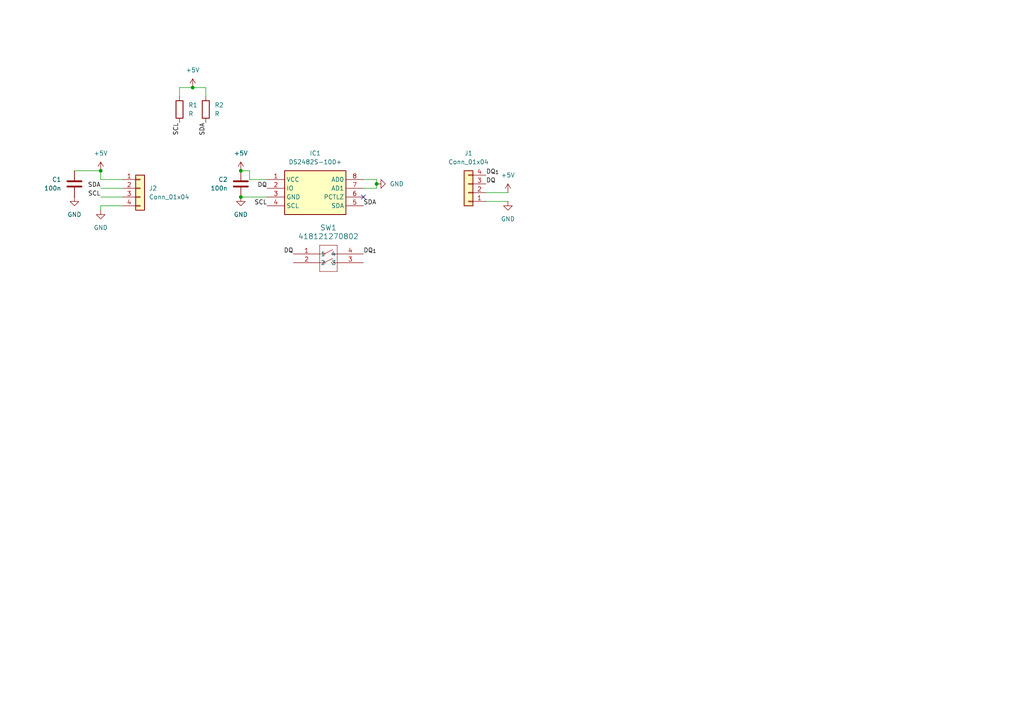
<source format=kicad_sch>
(kicad_sch (version 20231120) (generator "eeschema") (generator_version "8.0")
  (paper "A4")
  (lib_symbols
    (symbol "2024-06-18_20-34-43:418121270802" (pin_names (offset 0.254))
      (property "Reference" "SW" (at 10.16 7.62 0))
      (property "Value" "418121270802" (at 10.16 5.08 0))
      (symbol "418121270802_0_1"
        (polyline (pts (xy 7.62 -5.08) (xy 12.7 -5.08)) (stroke (width 0.127)))
        (polyline (pts (xy 7.62 -2.54) (xy 8.5725 -2.54)) (stroke (width 0.127)))
        (polyline (pts (xy 7.62 0) (xy 8.5725 0)) (stroke (width 0.127)))
        (polyline (pts (xy 7.62 2.54) (xy 7.62 -5.08)) (stroke (width 0.127)))
        (polyline (pts (xy 8.89 -2.54) (xy 11.43 -1.27)) (stroke (width 0.127)))
        (polyline (pts (xy 8.89 0) (xy 11.43 1.27)) (stroke (width 0.127)))
        (polyline (pts (xy 11.7475 -2.54) (xy 12.7 -2.54)) (stroke (width 0.127)))
        (polyline (pts (xy 11.7475 0) (xy 12.7 0)) (stroke (width 0.127)))
        (polyline (pts (xy 12.7 -5.08) (xy 12.7 2.54)) (stroke (width 0.127)))
        (polyline (pts (xy 12.7 2.54) (xy 7.62 2.54)) (stroke (width 0.127)))
        (circle (center 8.89 -2.54) (radius 0.3048) (stroke (width 0.127)))
        (circle (center 8.89 0) (radius 0.3048) (stroke (width 0.127)))
        (circle (center 11.43 -2.54) (radius 0.3048) (stroke (width 0.127)))
        (circle (center 11.43 0) (radius 0.3048) (stroke (width 0.127)))
        (pin unspecified line (at 0 0 0) (length 7.62) (name "1") (number "1"))
        (pin unspecified line (at 0 -2.54 0) (length 7.62) (name "2") (number "2"))
        (pin unspecified line (at 20.32 -2.54 180) (length 7.62) (name "3") (number "3"))
        (pin unspecified line (at 20.32 0 180) (length 7.62) (name "4") (number "4"))
      )
    )
    (symbol "Connector_Generic:Conn_01x04" (pin_names (offset 1.016) hide)
      (property "Reference" "J" (at 0 5.08 0))
      (property "Value" "Conn_01x04" (at 0 -7.62 0))
      (symbol "Conn_01x04_1_1"
        (rectangle (start -1.27 -4.953) (end 0 -5.207) (stroke (width 0.1524)))
        (rectangle (start -1.27 -2.413) (end 0 -2.667) (stroke (width 0.1524)))
        (rectangle (start -1.27 0.127) (end 0 -0.127) (stroke (width 0.1524)))
        (rectangle (start -1.27 2.667) (end 0 2.413) (stroke (width 0.1524)))
        (rectangle (start -1.27 3.81) (end 1.27 -6.35) (stroke (width 0.254)) (fill (type background)))
        (pin passive line (at -5.08 2.54 0) (length 3.81) (name "Pin_1") (number "1"))
        (pin passive line (at -5.08 0 0) (length 3.81) (name "Pin_2") (number "2"))
        (pin passive line (at -5.08 -2.54 0) (length 3.81) (name "Pin_3") (number "3"))
        (pin passive line (at -5.08 -5.08 0) (length 3.81) (name "Pin_4") (number "4"))
      )
    )
    (symbol "DS2482S-100+:DS2482S-100+"
      (property "Reference" "IC" (at 24.13 7.62 0))
      (property "Value" "DS2482S-100+" (at 24.13 5.08 0))
      (symbol "DS2482S-100+_1_1"
        (rectangle (start 5.08 2.54) (end 22.86 -10.16) (stroke (width 0.254)) (fill (type background)))
        (pin passive line (at 0 0 0) (length 5.08) (name "VCC") (number "1"))
        (pin passive line (at 0 -2.54 0) (length 5.08) (name "IO") (number "2"))
        (pin passive line (at 0 -5.08 0) (length 5.08) (name "GND") (number "3"))
        (pin passive line (at 0 -7.62 0) (length 5.08) (name "SCL") (number "4"))
        (pin passive line (at 27.94 -7.62 180) (length 5.08) (name "SDA") (number "5"))
        (pin passive line (at 27.94 -5.08 180) (length 5.08) (name "PCTLZ") (number "6"))
        (pin passive line (at 27.94 -2.54 180) (length 5.08) (name "AD1") (number "7"))
        (pin passive line (at 27.94 0 180) (length 5.08) (name "AD0") (number "8"))
      )
    )
    (symbol "Device:C" (pin_numbers hide) (pin_names (offset 0.254))
      (property "Reference" "C" (at 0.635 2.54 0))
      (property "Value" "C" (at 0.635 -2.54 0))
      (symbol "C_0_1"
        (polyline (pts (xy -2.032 -0.762) (xy 2.032 -0.762)) (stroke (width 0.508)))
        (polyline (pts (xy -2.032 0.762) (xy 2.032 0.762)) (stroke (width 0.508)))
      )
      (symbol "C_1_1"
        (pin passive line (at 0 3.81 270) (length 2.794) (name "~") (number "1"))
        (pin passive line (at 0 -3.81 90) (length 2.794) (name "~") (number "2"))
      )
    )
    (symbol "Device:R" (pin_numbers hide) (pin_names (offset 0))
      (property "Reference" "R" (at 2.032 0 90))
      (property "Value" "R" (at 0 0 90))
      (symbol "R_0_1"
        (rectangle (start -1.016 -2.54) (end 1.016 2.54) (stroke (width 0.254)))
      )
      (symbol "R_1_1"
        (pin passive line (at 0 3.81 270) (length 1.27) (name "~") (number "1"))
        (pin passive line (at 0 -3.81 90) (length 1.27) (name "~") (number "2"))
      )
    )
    (symbol "power:+5V" (power) (pin_numbers hide) (pin_names (offset 0) hide)
      (property "Value" "+5V" (at 0 3.556 0))
      (symbol "+5V_0_1"
        (polyline (pts (xy -0.762 1.27) (xy 0 2.54)))
        (polyline (pts (xy 0 0) (xy 0 2.54)))
        (polyline (pts (xy 0 2.54) (xy 0.762 1.27)))
      )
      (symbol "+5V_1_1"
        (pin power_in line (at 0 0 90) (length 0) (name "~") (number "1"))
      )
    )
    (symbol "power:GND" (power) (pin_numbers hide) (pin_names (offset 0) hide)
      (property "Value" "GND" (at 0 -3.81 0))
      (symbol "GND_0_1"
        (polyline (pts (xy 0 0) (xy 0 -1.27) (xy 1.27 -1.27) (xy 0 -2.54) (xy -1.27 -1.27) (xy 0 -1.27)))
      )
      (symbol "GND_1_1"
        (pin power_in line (at 0 0 270) (length 0) (name "~") (number "1"))
      )
    )
  )
  (junction (at 69.85 49.53))
  (junction (at 55.88 25.4))
  (junction (at 109.22 53.34))
  (junction (at 29.21 49.53))
  (junction (at 69.85 57.15))
  (no_connect (at 105.41 57.15))
  (wire (pts (xy 29.21 54.61) (xy 35.56 54.61)))
  (wire (pts (xy 29.21 52.07) (xy 35.56 52.07)))
  (wire (pts (xy 29.21 59.69) (xy 29.21 60.96)))
  (wire (pts (xy 72.39 52.07) (xy 77.47 52.07)))
  (wire (pts (xy 55.88 25.4) (xy 52.07 25.4)))
  (wire (pts (xy 109.22 52.07) (xy 109.22 53.34)))
  (wire (pts (xy 21.59 49.53) (xy 29.21 49.53)))
  (wire (pts (xy 109.22 53.34) (xy 109.22 54.61)))
  (wire (pts (xy 147.32 55.88) (xy 140.97 55.88)))
  (wire (pts (xy 52.07 25.4) (xy 52.07 27.94)))
  (wire (pts (xy 29.21 57.15) (xy 35.56 57.15)))
  (wire (pts (xy 105.41 54.61) (xy 109.22 54.61)))
  (wire (pts (xy 59.69 27.94) (xy 59.69 25.4)))
  (wire (pts (xy 72.39 49.53) (xy 69.85 49.53)))
  (wire (pts (xy 147.32 58.42) (xy 140.97 58.42)))
  (wire (pts (xy 105.41 52.07) (xy 109.22 52.07)))
  (wire (pts (xy 55.88 25.4) (xy 59.69 25.4)))
  (wire (pts (xy 69.85 57.15) (xy 77.47 57.15)))
  (wire (pts (xy 72.39 49.53) (xy 72.39 52.07)))
  (wire (pts (xy 29.21 52.07) (xy 29.21 49.53)))
  (wire (pts (xy 29.21 59.69) (xy 35.56 59.69)))
  (label "SCL" (at 52.07 35.56 270))
  (label "DQ" (at 140.97 53.34 0))
  (label "DQ_{1}" (at 105.41 73.66 0))
  (label "DQ" (at 85.09 73.66 180))
  (label "SCL" (at 29.21 57.15 180))
  (label "SDA" (at 59.69 35.56 270))
  (label "DQ" (at 77.47 54.61 180))
  (label "SDA" (at 29.21 54.61 180))
  (label "SDA" (at 105.41 59.69 0))
  (label "SCL" (at 77.47 59.69 180))
  (label "DQ_{1}" (at 140.97 50.8 0))
  (symbol (lib_id "Connector_Generic:Conn_01x04") (at 135.89 55.88 180) (unit 1)
    (property "Reference" "J1" (at 135.89 44.45 0))
    (property "Value" "Conn_01x04" (at 135.89 46.99 0))
    (property "Footprint" "Piggy:5023520400" (effects (hide yes)))
    (property "Description" "Generic connector, single row, 01x04, script generated (kicad-library-utils/schlib/autogen/connector/)" (effects (hide yes)))
  )
  (symbol (lib_id "2024-06-18_20-34-43:418121270802") (at 85.09 73.66 0) (unit 1)
    (property "Reference" "SW1" (at 95.25 66.04 0) (effects (font (size 1.524 1.524))))
    (property "Value" "418121270802" (at 95.25 68.58 0) (effects (font (size 1.524 1.524))))
    (property "Footprint" "418121270802_WRE" (effects (hide yes)))
    (property "Datasheet" "418121270802" (effects (hide yes)))
  )
  (symbol (lib_id "power:+5V") (at 69.85 49.53 0) (unit 1)
    (property "Reference" "#PWR03" (effects (hide yes)))
    (property "Value" "+5V" (at 69.85 44.45 0))
    (property "Description" "Power symbol creates a global label with name \"+5V\"" (effects (hide yes)))
  )
  (symbol (lib_id "DS2482S-100+:DS2482S-100+") (at 77.47 52.07 0) (unit 1)
    (property "Reference" "IC1" (at 91.44 44.45 0))
    (property "Value" "DS2482S-100+" (at 91.44 46.99 0))
    (property "Footprint" "Package_SO:SOIC-8_3.9x4.9mm_P1.27mm" (effects (hide yes)))
    (property "Datasheet" "http://datasheets.maximintegrated.com/en/ds/DS2482-100.pdf" (effects (hide yes)))
    (property "Description" "Single-Channel 1-Wire Master" (effects (hide yes)))
    (property "Height" "1.75" (effects (hide yes)))
    (property "Mouser Part Number" "700-DS2482S-100" (effects (hide yes)))
    (property "Mouser Price/Stock" "https://www.mouser.co.uk/ProductDetail/Analog-Devices-Maxim-Integrated/DS2482S-100%2b?qs=0Y9aZN%252BMVCVE8iS4c%2FLkxQ%3D%3D" (effects (hide yes)))
    (property "Manufacturer_Name" "Analog Devices" (effects (hide yes)))
    (property "Manufacturer_Part_Number" "DS2482S-100+" (effects (hide yes)))
  )
  (symbol (lib_id "Device:R") (at 52.07 31.75 0) (unit 1)
    (property "Reference" "R1" (at 54.61 30.4799 0) (effects (justify left)))
    (property "Value" "R" (at 54.61 33.0199 0) (effects (justify left)))
    (property "Footprint" "Resistor_SMD:R_0603_1608Metric" (effects (hide yes)))
    (property "Description" "Resistor" (effects (hide yes)))
  )
  (symbol (lib_id "power:+5V") (at 147.32 55.88 0) (unit 1)
    (property "Reference" "#PWR05" (effects (hide yes)))
    (property "Value" "+5V" (at 147.32 50.8 0))
    (property "Description" "Power symbol creates a global label with name \"+5V\"" (effects (hide yes)))
  )
  (symbol (lib_id "power:GND") (at 21.59 57.15 0) (unit 1)
    (property "Reference" "#PWR09" (effects (hide yes)))
    (property "Value" "GND" (at 21.59 62.23 0))
    (property "Description" "Power symbol creates a global label with name \"GND\" , ground" (effects (hide yes)))
  )
  (symbol (lib_id "power:GND") (at 147.32 58.42 0) (unit 1)
    (property "Reference" "#PWR06" (effects (hide yes)))
    (property "Value" "GND" (at 147.32 63.5 0))
    (property "Description" "Power symbol creates a global label with name \"GND\" , ground" (effects (hide yes)))
  )
  (symbol (lib_id "Device:R") (at 59.69 31.75 0) (unit 1)
    (property "Reference" "R2" (at 62.23 30.4799 0) (effects (justify left)))
    (property "Value" "R" (at 62.23 33.0199 0) (effects (justify left)))
    (property "Footprint" "Resistor_SMD:R_0603_1608Metric" (effects (hide yes)))
    (property "Description" "Resistor" (effects (hide yes)))
  )
  (symbol (lib_id "power:GND") (at 109.22 53.34 90) (unit 1)
    (property "Reference" "#PWR07" (effects (hide yes)))
    (property "Value" "GND" (at 113.03 53.3399 90) (effects (justify right)))
    (property "Description" "Power symbol creates a global label with name \"GND\" , ground" (effects (hide yes)))
  )
  (symbol (lib_id "Device:C") (at 69.85 53.34 0) (mirror x) (unit 1)
    (property "Reference" "C2" (at 66.04 52.0699 0) (effects (justify right)))
    (property "Value" "100n" (at 66.04 54.6099 0) (effects (justify right)))
    (property "Footprint" "Capacitor_SMD:C_0603_1608Metric" (effects (hide yes)))
    (property "Description" "Unpolarized capacitor" (effects (hide yes)))
  )
  (symbol (lib_id "power:+5V") (at 29.21 49.53 0) (unit 1)
    (property "Reference" "#PWR01" (effects (hide yes)))
    (property "Value" "+5V" (at 29.21 44.45 0))
    (property "Description" "Power symbol creates a global label with name \"+5V\"" (effects (hide yes)))
  )
  (symbol (lib_id "power:+5V") (at 55.88 25.4 0) (unit 1)
    (property "Reference" "#PWR08" (effects (hide yes)))
    (property "Value" "+5V" (at 55.88 20.32 0))
    (property "Description" "Power symbol creates a global label with name \"+5V\"" (effects (hide yes)))
  )
  (symbol (lib_id "Connector_Generic:Conn_01x04") (at 40.64 54.61 0) (unit 1)
    (property "Reference" "J2" (at 43.18 54.6099 0) (effects (justify left)))
    (property "Value" "Conn_01x04" (at 43.18 57.1499 0) (effects (justify left)))
    (property "Footprint" "Piggy:pigg" (effects (hide yes)))
    (property "Description" "Generic connector, single row, 01x04, script generated (kicad-library-utils/schlib/autogen/connector/)" (effects (hide yes)))
  )
  (symbol (lib_id "Device:C") (at 21.59 53.34 0) (mirror x) (unit 1)
    (property "Reference" "C1" (at 17.78 52.0699 0) (effects (justify right)))
    (property "Value" "100n" (at 17.78 54.6099 0) (effects (justify right)))
    (property "Footprint" "Capacitor_SMD:C_0603_1608Metric" (effects (hide yes)))
    (property "Description" "Unpolarized capacitor" (effects (hide yes)))
  )
  (symbol (lib_id "power:GND") (at 69.85 57.15 0) (unit 1)
    (property "Reference" "#PWR04" (effects (hide yes)))
    (property "Value" "GND" (at 69.85 62.23 0))
    (property "Description" "Power symbol creates a global label with name \"GND\" , ground" (effects (hide yes)))
  )
  (symbol (lib_id "power:GND") (at 29.21 60.96 0) (unit 1)
    (property "Reference" "#PWR02" (effects (hide yes)))
    (property "Value" "GND" (at 29.21 66.04 0))
    (property "Description" "Power symbol creates a global label with name \"GND\" , ground" (effects (hide yes)))
  )
)
</source>
